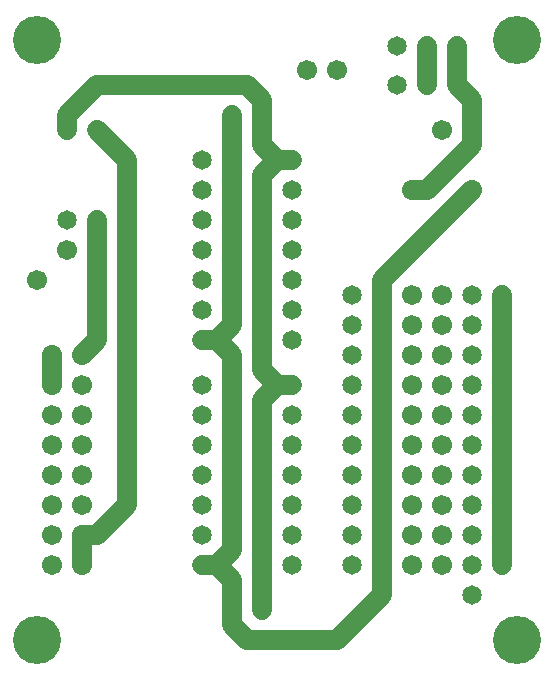
<source format=gtl>
%MOIN*%
%FSLAX25Y25*%
G04 D10 used for Character Trace; *
G04     Circle (OD=.01000) (No hole)*
G04 D11 used for Power Trace; *
G04     Circle (OD=.06500) (No hole)*
G04 D12 used for Signal Trace; *
G04     Circle (OD=.01100) (No hole)*
G04 D13 used for Via; *
G04     Circle (OD=.05800) (Round. Hole ID=.02800)*
G04 D14 used for Component hole; *
G04     Circle (OD=.06500) (Round. Hole ID=.03500)*
G04 D15 used for Component hole; *
G04     Circle (OD=.06700) (Round. Hole ID=.04300)*
G04 D16 used for Component hole; *
G04     Circle (OD=.08100) (Round. Hole ID=.05100)*
G04 D17 used for Component hole; *
G04     Circle (OD=.08900) (Round. Hole ID=.05900)*
G04 D18 used for Component hole; *
G04     Circle (OD=.11300) (Round. Hole ID=.08300)*
G04 D19 used for Component hole; *
G04     Circle (OD=.16000) (Round. Hole ID=.13000)*
G04 D20 used for Component hole; *
G04     Circle (OD=.18300) (Round. Hole ID=.15300)*
G04 D21 used for Component hole; *
G04     Circle (OD=.22291) (Round. Hole ID=.19291)*
%ADD10C,.01000*%
%ADD11C,.06500*%
%ADD12C,.01100*%
%ADD13C,.05800*%
%ADD14C,.06500*%
%ADD15C,.06700*%
%ADD16C,.08100*%
%ADD17C,.08900*%
%ADD18C,.11300*%
%ADD19C,.16000*%
%ADD20C,.18300*%
%ADD21C,.22291*%
%IPPOS*%
%LPD*%
G90*X0Y0D02*D19*X10000Y10000D03*D15*              
X25000Y35000D03*D11*Y45000D01*D15*D03*D11*        
X30000D01*X40000Y55000D01*Y170000D01*             
X30000Y180000D01*D14*D03*D11*X20000D02*Y185000D01*
D14*Y180000D03*D11*Y185000D02*X30000Y195000D01*   
X80000D01*X85000Y190000D01*Y185000D01*D14*D03*D11*
Y175000D01*X90000Y170000D01*X85000Y165000D01*     
Y100000D01*X90000Y95000D01*X85000Y90000D01*       
Y20000D01*D14*D03*D11*X75000D02*Y30000D01*D14*    
Y20000D03*D11*Y15000D01*X80000Y10000D01*          
X110000D01*X125000Y25000D01*Y130000D01*           
X155000Y160000D01*D15*D03*D11*X140000D02*         
X155000Y175000D01*X135000Y160000D02*X140000D01*   
D15*X135000D03*X145000Y180000D03*D11*             
X155000Y175000D02*Y190000D01*X150000Y195000D01*   
D14*D03*D11*Y208000D01*D14*D03*X140000Y195000D03* 
D11*Y208000D01*D14*D03*X130000Y195000D03*         
Y208000D03*D19*X170000Y210000D03*D15*             
X110000Y200000D03*X100000D03*D14*X95000Y160000D03*
Y170000D03*D11*X90000D01*D14*X75000Y185000D03*D11*
Y115000D01*X70000Y110000D01*X75000Y105000D01*     
Y40000D01*X70000Y35000D01*X75000Y30000D01*        
X65000Y35000D02*X70000D01*D14*X65000D03*Y45000D03*
Y55000D03*X95000Y65000D03*Y35000D03*              
X65000Y65000D03*X95000Y45000D03*Y55000D03*D15*    
X25000Y75000D03*D14*X95000D03*D15*X25000Y65000D03*
Y55000D03*D14*X65000Y75000D03*X115000Y85000D03*   
D15*X15000D03*Y75000D03*D14*X95000Y85000D03*D15*  
X15000Y65000D03*Y55000D03*Y45000D03*D14*          
X115000Y35000D03*X65000Y85000D03*D15*             
X15000Y35000D03*D14*X115000Y45000D03*Y55000D03*   
Y65000D03*Y75000D03*D15*X25000Y85000D03*D14*      
X115000Y95000D03*X95000D03*D11*X90000D01*D14*     
X95000Y110000D03*D11*X65000D02*X70000D01*D14*     
X65000D03*Y120000D03*Y95000D03*Y130000D03*        
X95000Y140000D03*X65000D03*X95000Y120000D03*      
Y130000D03*D15*X30000D03*D11*Y110000D01*          
X25000Y105000D01*D15*D03*X15000Y95000D03*D11*     
Y105000D01*D15*D03*X25000Y95000D03*D11*           
X30000Y130000D02*Y150000D01*D14*D03*D15*          
X20000Y140000D03*D14*Y150000D03*D15*              
X10000Y130000D03*D14*X65000Y150000D03*Y160000D03* 
Y170000D03*D19*X10000Y210000D03*D14*              
X95000Y150000D03*X115000Y105000D03*Y115000D03*    
Y125000D03*D15*X135000Y45000D03*Y55000D03*        
Y65000D03*Y75000D03*Y85000D03*Y95000D03*          
Y105000D03*Y115000D03*Y125000D03*X145000Y35000D03*
Y45000D03*Y55000D03*Y65000D03*Y75000D03*Y85000D03*
Y95000D03*Y105000D03*Y115000D03*Y125000D03*       
X135000Y35000D03*D14*X155000Y25000D03*Y35000D03*  
Y45000D03*Y55000D03*Y65000D03*Y75000D03*Y85000D03*
Y95000D03*Y105000D03*Y115000D03*Y125000D03*       
X165000Y35000D03*D11*Y45000D01*D14*D03*D11*       
Y55000D01*D14*D03*D11*Y65000D01*D14*D03*D11*      
Y75000D01*D14*D03*D11*Y85000D01*D14*D03*D11*      
Y95000D01*D14*D03*D11*Y105000D01*D14*D03*D11*     
Y115000D01*D14*D03*D11*Y125000D01*D14*D03*D19*    
X170000Y10000D03*M02*                             

</source>
